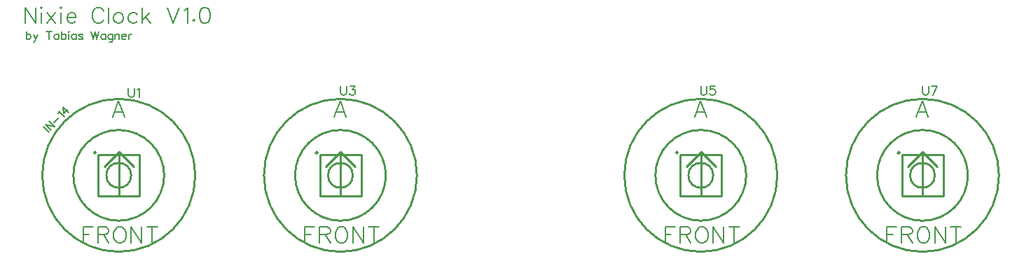
<source format=gto>
G04 Layer: TopSilkscreenLayer*
G04 EasyEDA v6.5.9, 2022-07-24 14:24:57*
G04 f987cc21297445cdbeb1743f52e6d1e3,55142d4dae0f4ab4aabfa0547b1eedf3,10*
G04 Gerber Generator version 0.2*
G04 Scale: 100 percent, Rotated: No, Reflected: No *
G04 Dimensions in millimeters *
G04 leading zeros omitted , absolute positions ,4 integer and 5 decimal *
%FSLAX45Y45*%
%MOMM*%

%ADD10C,0.2032*%
%ADD11C,0.1524*%
%ADD12C,0.2540*%

%LPD*%
D10*
X957397Y-2760797D02*
G01*
X1024928Y-2828328D01*
X978590Y-2739603D02*
G01*
X1046121Y-2807134D01*
X978590Y-2739603D02*
G01*
X1091201Y-2762054D01*
X1023670Y-2694523D02*
G01*
X1091201Y-2762054D01*
X1083299Y-2711764D02*
G01*
X1141133Y-2653931D01*
X1136642Y-2607055D02*
G01*
X1139875Y-2597355D01*
X1139875Y-2578318D01*
X1207406Y-2645849D01*
X1193398Y-2524795D02*
G01*
X1206149Y-2601846D01*
X1254285Y-2553710D01*
X1193398Y-2524795D02*
G01*
X1260929Y-2592326D01*
X749300Y-1613662D02*
G01*
X749300Y-1709165D01*
X749300Y-1659128D02*
G01*
X758444Y-1649984D01*
X767587Y-1645412D01*
X781050Y-1645412D01*
X790194Y-1649984D01*
X799337Y-1659128D01*
X803910Y-1672589D01*
X803910Y-1681734D01*
X799337Y-1695450D01*
X790194Y-1704594D01*
X781050Y-1709165D01*
X767587Y-1709165D01*
X758444Y-1704594D01*
X749300Y-1695450D01*
X838454Y-1645412D02*
G01*
X865631Y-1709165D01*
X892810Y-1645412D02*
G01*
X865631Y-1709165D01*
X856487Y-1727200D01*
X847597Y-1736344D01*
X838454Y-1740915D01*
X833881Y-1740915D01*
X1024636Y-1613662D02*
G01*
X1024636Y-1709165D01*
X992886Y-1613662D02*
G01*
X1056639Y-1613662D01*
X1109218Y-1645412D02*
G01*
X1100328Y-1649984D01*
X1091184Y-1659128D01*
X1086612Y-1672589D01*
X1086612Y-1681734D01*
X1091184Y-1695450D01*
X1100328Y-1704594D01*
X1109218Y-1709165D01*
X1122934Y-1709165D01*
X1132078Y-1704594D01*
X1141221Y-1695450D01*
X1145539Y-1681734D01*
X1145539Y-1672589D01*
X1141221Y-1659128D01*
X1132078Y-1649984D01*
X1122934Y-1645412D01*
X1109218Y-1645412D01*
X1175765Y-1613662D02*
G01*
X1175765Y-1709165D01*
X1175765Y-1659128D02*
G01*
X1184655Y-1649984D01*
X1193800Y-1645412D01*
X1207515Y-1645412D01*
X1216660Y-1649984D01*
X1225550Y-1659128D01*
X1230121Y-1672589D01*
X1230121Y-1681734D01*
X1225550Y-1695450D01*
X1216660Y-1704594D01*
X1207515Y-1709165D01*
X1193800Y-1709165D01*
X1184655Y-1704594D01*
X1175765Y-1695450D01*
X1260094Y-1613662D02*
G01*
X1264665Y-1618234D01*
X1269237Y-1613662D01*
X1264665Y-1609089D01*
X1260094Y-1613662D01*
X1264665Y-1645412D02*
G01*
X1264665Y-1709165D01*
X1353820Y-1645412D02*
G01*
X1353820Y-1709165D01*
X1353820Y-1659128D02*
G01*
X1344676Y-1649984D01*
X1335786Y-1645412D01*
X1322070Y-1645412D01*
X1312926Y-1649984D01*
X1303781Y-1659128D01*
X1299210Y-1672589D01*
X1299210Y-1681734D01*
X1303781Y-1695450D01*
X1312926Y-1704594D01*
X1322070Y-1709165D01*
X1335786Y-1709165D01*
X1344676Y-1704594D01*
X1353820Y-1695450D01*
X1433829Y-1659128D02*
G01*
X1429257Y-1649984D01*
X1415542Y-1645412D01*
X1402079Y-1645412D01*
X1388363Y-1649984D01*
X1383792Y-1659128D01*
X1388363Y-1668018D01*
X1397507Y-1672589D01*
X1420113Y-1677162D01*
X1429257Y-1681734D01*
X1433829Y-1690878D01*
X1433829Y-1695450D01*
X1429257Y-1704594D01*
X1415542Y-1709165D01*
X1402079Y-1709165D01*
X1388363Y-1704594D01*
X1383792Y-1695450D01*
X1533905Y-1613662D02*
G01*
X1556512Y-1709165D01*
X1579371Y-1613662D02*
G01*
X1556512Y-1709165D01*
X1579371Y-1613662D02*
G01*
X1601978Y-1709165D01*
X1624837Y-1613662D02*
G01*
X1601978Y-1709165D01*
X1709420Y-1645412D02*
G01*
X1709420Y-1709165D01*
X1709420Y-1659128D02*
G01*
X1700276Y-1649984D01*
X1691131Y-1645412D01*
X1677415Y-1645412D01*
X1668271Y-1649984D01*
X1659381Y-1659128D01*
X1654810Y-1672589D01*
X1654810Y-1681734D01*
X1659381Y-1695450D01*
X1668271Y-1704594D01*
X1677415Y-1709165D01*
X1691131Y-1709165D01*
X1700276Y-1704594D01*
X1709420Y-1695450D01*
X1793747Y-1645412D02*
G01*
X1793747Y-1718055D01*
X1789176Y-1731771D01*
X1784857Y-1736344D01*
X1775713Y-1740915D01*
X1761997Y-1740915D01*
X1752854Y-1736344D01*
X1793747Y-1659128D02*
G01*
X1784857Y-1649984D01*
X1775713Y-1645412D01*
X1761997Y-1645412D01*
X1752854Y-1649984D01*
X1743963Y-1659128D01*
X1739392Y-1672589D01*
X1739392Y-1681734D01*
X1743963Y-1695450D01*
X1752854Y-1704594D01*
X1761997Y-1709165D01*
X1775713Y-1709165D01*
X1784857Y-1704594D01*
X1793747Y-1695450D01*
X1823720Y-1645412D02*
G01*
X1823720Y-1709165D01*
X1823720Y-1663700D02*
G01*
X1837436Y-1649984D01*
X1846579Y-1645412D01*
X1860295Y-1645412D01*
X1869186Y-1649984D01*
X1873757Y-1663700D01*
X1873757Y-1709165D01*
X1903729Y-1672589D02*
G01*
X1958340Y-1672589D01*
X1958340Y-1663700D01*
X1953768Y-1654555D01*
X1949195Y-1649984D01*
X1940306Y-1645412D01*
X1926589Y-1645412D01*
X1917445Y-1649984D01*
X1908302Y-1659128D01*
X1903729Y-1672589D01*
X1903729Y-1681734D01*
X1908302Y-1695450D01*
X1917445Y-1704594D01*
X1926589Y-1709165D01*
X1940306Y-1709165D01*
X1949195Y-1704594D01*
X1958340Y-1695450D01*
X1988311Y-1645412D02*
G01*
X1988311Y-1709165D01*
X1988311Y-1672589D02*
G01*
X1992884Y-1659128D01*
X2002027Y-1649984D01*
X2011172Y-1645412D01*
X2024634Y-1645412D01*
X736600Y-1322070D02*
G01*
X736600Y-1513078D01*
X736600Y-1322070D02*
G01*
X863854Y-1513078D01*
X863854Y-1322070D02*
G01*
X863854Y-1513078D01*
X923797Y-1322070D02*
G01*
X932942Y-1331213D01*
X942086Y-1322070D01*
X932942Y-1313179D01*
X923797Y-1322070D01*
X932942Y-1385823D02*
G01*
X932942Y-1513078D01*
X1002029Y-1385823D02*
G01*
X1102105Y-1513078D01*
X1102105Y-1385823D02*
G01*
X1002029Y-1513078D01*
X1162050Y-1322070D02*
G01*
X1171194Y-1331213D01*
X1180337Y-1322070D01*
X1171194Y-1313179D01*
X1162050Y-1322070D01*
X1171194Y-1385823D02*
G01*
X1171194Y-1513078D01*
X1240281Y-1440434D02*
G01*
X1349247Y-1440434D01*
X1349247Y-1422145D01*
X1340357Y-1404112D01*
X1331213Y-1394968D01*
X1312926Y-1385823D01*
X1285747Y-1385823D01*
X1267460Y-1394968D01*
X1249426Y-1413002D01*
X1240281Y-1440434D01*
X1240281Y-1458468D01*
X1249426Y-1485900D01*
X1267460Y-1503934D01*
X1285747Y-1513078D01*
X1312926Y-1513078D01*
X1331213Y-1503934D01*
X1349247Y-1485900D01*
X1685797Y-1367536D02*
G01*
X1676654Y-1349502D01*
X1658365Y-1331213D01*
X1640331Y-1322070D01*
X1603755Y-1322070D01*
X1585721Y-1331213D01*
X1567434Y-1349502D01*
X1558544Y-1367536D01*
X1549400Y-1394968D01*
X1549400Y-1440434D01*
X1558544Y-1467612D01*
X1567434Y-1485900D01*
X1585721Y-1503934D01*
X1603755Y-1513078D01*
X1640331Y-1513078D01*
X1658365Y-1503934D01*
X1676654Y-1485900D01*
X1685797Y-1467612D01*
X1745742Y-1322070D02*
G01*
X1745742Y-1513078D01*
X1851152Y-1385823D02*
G01*
X1832863Y-1394968D01*
X1814829Y-1413002D01*
X1805686Y-1440434D01*
X1805686Y-1458468D01*
X1814829Y-1485900D01*
X1832863Y-1503934D01*
X1851152Y-1513078D01*
X1878329Y-1513078D01*
X1896618Y-1503934D01*
X1914905Y-1485900D01*
X1923795Y-1458468D01*
X1923795Y-1440434D01*
X1914905Y-1413002D01*
X1896618Y-1394968D01*
X1878329Y-1385823D01*
X1851152Y-1385823D01*
X2092959Y-1413002D02*
G01*
X2074672Y-1394968D01*
X2056638Y-1385823D01*
X2029206Y-1385823D01*
X2011172Y-1394968D01*
X1992884Y-1413002D01*
X1983993Y-1440434D01*
X1983993Y-1458468D01*
X1992884Y-1485900D01*
X2011172Y-1503934D01*
X2029206Y-1513078D01*
X2056638Y-1513078D01*
X2074672Y-1503934D01*
X2092959Y-1485900D01*
X2152904Y-1322070D02*
G01*
X2152904Y-1513078D01*
X2243836Y-1385823D02*
G01*
X2152904Y-1476755D01*
X2189225Y-1440434D02*
G01*
X2252979Y-1513078D01*
X2452877Y-1322070D02*
G01*
X2525775Y-1513078D01*
X2598420Y-1322070D02*
G01*
X2525775Y-1513078D01*
X2658363Y-1358645D02*
G01*
X2676652Y-1349502D01*
X2703829Y-1322070D01*
X2703829Y-1513078D01*
X2772918Y-1467612D02*
G01*
X2763774Y-1476755D01*
X2772918Y-1485900D01*
X2782061Y-1476755D01*
X2772918Y-1467612D01*
X2896615Y-1322070D02*
G01*
X2869438Y-1331213D01*
X2851150Y-1358645D01*
X2842006Y-1404112D01*
X2842006Y-1431289D01*
X2851150Y-1476755D01*
X2869438Y-1503934D01*
X2896615Y-1513078D01*
X2914904Y-1513078D01*
X2942081Y-1503934D01*
X2960115Y-1476755D01*
X2969259Y-1431289D01*
X2969259Y-1404112D01*
X2960115Y-1358645D01*
X2942081Y-1331213D01*
X2914904Y-1322070D01*
X2896615Y-1322070D01*
D11*
X1981200Y-2297684D02*
G01*
X1981200Y-2375662D01*
X1986279Y-2391155D01*
X1996693Y-2401570D01*
X2012441Y-2406650D01*
X2022856Y-2406650D01*
X2038350Y-2401570D01*
X2048763Y-2391155D01*
X2053843Y-2375662D01*
X2053843Y-2297684D01*
X2088134Y-2318512D02*
G01*
X2098547Y-2313178D01*
X2114295Y-2297684D01*
X2114295Y-2406650D01*
D10*
X1435100Y-3978655D02*
G01*
X1435100Y-4172457D01*
X1435100Y-3978655D02*
G01*
X1555242Y-3978655D01*
X1435100Y-4070857D02*
G01*
X1509013Y-4070857D01*
X1616202Y-3978655D02*
G01*
X1616202Y-4172457D01*
X1616202Y-3978655D02*
G01*
X1699260Y-3978655D01*
X1726945Y-3987800D01*
X1736089Y-3996944D01*
X1745487Y-4015486D01*
X1745487Y-4034028D01*
X1736089Y-4052570D01*
X1726945Y-4061713D01*
X1699260Y-4070857D01*
X1616202Y-4070857D01*
X1680718Y-4070857D02*
G01*
X1745487Y-4172457D01*
X1861820Y-3978655D02*
G01*
X1843278Y-3987800D01*
X1824989Y-4006342D01*
X1815592Y-4024629D01*
X1806447Y-4052570D01*
X1806447Y-4098544D01*
X1815592Y-4126229D01*
X1824989Y-4144771D01*
X1843278Y-4163313D01*
X1861820Y-4172457D01*
X1898650Y-4172457D01*
X1917192Y-4163313D01*
X1935734Y-4144771D01*
X1944877Y-4126229D01*
X1954275Y-4098544D01*
X1954275Y-4052570D01*
X1944877Y-4024629D01*
X1935734Y-4006342D01*
X1917192Y-3987800D01*
X1898650Y-3978655D01*
X1861820Y-3978655D01*
X2015236Y-3978655D02*
G01*
X2015236Y-4172457D01*
X2015236Y-3978655D02*
G01*
X2144522Y-4172457D01*
X2144522Y-3978655D02*
G01*
X2144522Y-4172457D01*
X2269997Y-3978655D02*
G01*
X2269997Y-4172457D01*
X2205481Y-3978655D02*
G01*
X2334768Y-3978655D01*
X1864613Y-2454655D02*
G01*
X1790700Y-2648457D01*
X1864613Y-2454655D02*
G01*
X1938527Y-2648457D01*
X1818386Y-2583942D02*
G01*
X1910842Y-2583942D01*
D11*
X4546600Y-2272284D02*
G01*
X4546600Y-2350262D01*
X4551679Y-2365755D01*
X4562093Y-2376170D01*
X4577841Y-2381250D01*
X4588256Y-2381250D01*
X4603750Y-2376170D01*
X4614163Y-2365755D01*
X4619243Y-2350262D01*
X4619243Y-2272284D01*
X4663947Y-2272284D02*
G01*
X4721097Y-2272284D01*
X4690109Y-2313939D01*
X4705604Y-2313939D01*
X4716018Y-2319020D01*
X4721097Y-2324100D01*
X4726431Y-2339847D01*
X4726431Y-2350262D01*
X4721097Y-2365755D01*
X4710684Y-2376170D01*
X4695190Y-2381250D01*
X4679695Y-2381250D01*
X4663947Y-2376170D01*
X4658868Y-2371089D01*
X4653534Y-2360676D01*
D10*
X4114800Y-3978655D02*
G01*
X4114800Y-4172457D01*
X4114800Y-3978655D02*
G01*
X4234941Y-3978655D01*
X4114800Y-4070857D02*
G01*
X4188713Y-4070857D01*
X4295902Y-3978655D02*
G01*
X4295902Y-4172457D01*
X4295902Y-3978655D02*
G01*
X4378959Y-3978655D01*
X4406645Y-3987800D01*
X4415790Y-3996944D01*
X4425188Y-4015486D01*
X4425188Y-4034028D01*
X4415790Y-4052570D01*
X4406645Y-4061713D01*
X4378959Y-4070857D01*
X4295902Y-4070857D01*
X4360418Y-4070857D02*
G01*
X4425188Y-4172457D01*
X4541520Y-3978655D02*
G01*
X4522977Y-3987800D01*
X4504690Y-4006342D01*
X4495291Y-4024629D01*
X4486147Y-4052570D01*
X4486147Y-4098544D01*
X4495291Y-4126229D01*
X4504690Y-4144771D01*
X4522977Y-4163313D01*
X4541520Y-4172457D01*
X4578350Y-4172457D01*
X4596891Y-4163313D01*
X4615434Y-4144771D01*
X4624577Y-4126229D01*
X4633975Y-4098544D01*
X4633975Y-4052570D01*
X4624577Y-4024629D01*
X4615434Y-4006342D01*
X4596891Y-3987800D01*
X4578350Y-3978655D01*
X4541520Y-3978655D01*
X4694936Y-3978655D02*
G01*
X4694936Y-4172457D01*
X4694936Y-3978655D02*
G01*
X4824222Y-4172457D01*
X4824222Y-3978655D02*
G01*
X4824222Y-4172457D01*
X4949697Y-3978655D02*
G01*
X4949697Y-4172457D01*
X4885181Y-3978655D02*
G01*
X5014468Y-3978655D01*
X4544313Y-2454655D02*
G01*
X4470400Y-2648457D01*
X4544313Y-2454655D02*
G01*
X4618227Y-2648457D01*
X4498086Y-2583942D02*
G01*
X4590541Y-2583942D01*
D11*
X8902700Y-2272284D02*
G01*
X8902700Y-2350262D01*
X8907779Y-2365755D01*
X8918193Y-2376170D01*
X8933941Y-2381250D01*
X8944356Y-2381250D01*
X8959850Y-2376170D01*
X8970263Y-2365755D01*
X8975343Y-2350262D01*
X8975343Y-2272284D01*
X9072118Y-2272284D02*
G01*
X9020047Y-2272284D01*
X9014968Y-2319020D01*
X9020047Y-2313939D01*
X9035795Y-2308605D01*
X9051290Y-2308605D01*
X9066784Y-2313939D01*
X9077197Y-2324100D01*
X9082531Y-2339847D01*
X9082531Y-2350262D01*
X9077197Y-2365755D01*
X9066784Y-2376170D01*
X9051290Y-2381250D01*
X9035795Y-2381250D01*
X9020047Y-2376170D01*
X9014968Y-2371089D01*
X9009634Y-2360676D01*
D10*
X8470900Y-3978655D02*
G01*
X8470900Y-4172457D01*
X8470900Y-3978655D02*
G01*
X8591041Y-3978655D01*
X8470900Y-4070857D02*
G01*
X8544813Y-4070857D01*
X8652002Y-3978655D02*
G01*
X8652002Y-4172457D01*
X8652002Y-3978655D02*
G01*
X8735059Y-3978655D01*
X8762745Y-3987800D01*
X8771890Y-3996944D01*
X8781288Y-4015486D01*
X8781288Y-4034028D01*
X8771890Y-4052570D01*
X8762745Y-4061713D01*
X8735059Y-4070857D01*
X8652002Y-4070857D01*
X8716518Y-4070857D02*
G01*
X8781288Y-4172457D01*
X8897620Y-3978655D02*
G01*
X8879077Y-3987800D01*
X8860790Y-4006342D01*
X8851391Y-4024629D01*
X8842247Y-4052570D01*
X8842247Y-4098544D01*
X8851391Y-4126229D01*
X8860790Y-4144771D01*
X8879077Y-4163313D01*
X8897620Y-4172457D01*
X8934450Y-4172457D01*
X8952991Y-4163313D01*
X8971534Y-4144771D01*
X8980677Y-4126229D01*
X8990075Y-4098544D01*
X8990075Y-4052570D01*
X8980677Y-4024629D01*
X8971534Y-4006342D01*
X8952991Y-3987800D01*
X8934450Y-3978655D01*
X8897620Y-3978655D01*
X9051036Y-3978655D02*
G01*
X9051036Y-4172457D01*
X9051036Y-3978655D02*
G01*
X9180322Y-4172457D01*
X9180322Y-3978655D02*
G01*
X9180322Y-4172457D01*
X9305797Y-3978655D02*
G01*
X9305797Y-4172457D01*
X9241281Y-3978655D02*
G01*
X9370568Y-3978655D01*
X8900413Y-2454655D02*
G01*
X8826500Y-2648457D01*
X8900413Y-2454655D02*
G01*
X8974327Y-2648457D01*
X8854186Y-2583942D02*
G01*
X8946641Y-2583942D01*
D11*
X11582400Y-2272284D02*
G01*
X11582400Y-2350262D01*
X11587479Y-2365755D01*
X11597893Y-2376170D01*
X11613641Y-2381250D01*
X11624056Y-2381250D01*
X11639550Y-2376170D01*
X11649963Y-2365755D01*
X11655043Y-2350262D01*
X11655043Y-2272284D01*
X11762231Y-2272284D02*
G01*
X11710161Y-2381250D01*
X11689334Y-2272284D02*
G01*
X11762231Y-2272284D01*
D10*
X11150600Y-3978655D02*
G01*
X11150600Y-4172457D01*
X11150600Y-3978655D02*
G01*
X11270741Y-3978655D01*
X11150600Y-4070857D02*
G01*
X11224513Y-4070857D01*
X11331702Y-3978655D02*
G01*
X11331702Y-4172457D01*
X11331702Y-3978655D02*
G01*
X11414759Y-3978655D01*
X11442445Y-3987800D01*
X11451590Y-3996944D01*
X11460988Y-4015486D01*
X11460988Y-4034028D01*
X11451590Y-4052570D01*
X11442445Y-4061713D01*
X11414759Y-4070857D01*
X11331702Y-4070857D01*
X11396218Y-4070857D02*
G01*
X11460988Y-4172457D01*
X11577320Y-3978655D02*
G01*
X11558777Y-3987800D01*
X11540490Y-4006342D01*
X11531091Y-4024629D01*
X11521947Y-4052570D01*
X11521947Y-4098544D01*
X11531091Y-4126229D01*
X11540490Y-4144771D01*
X11558777Y-4163313D01*
X11577320Y-4172457D01*
X11614150Y-4172457D01*
X11632691Y-4163313D01*
X11651234Y-4144771D01*
X11660377Y-4126229D01*
X11669775Y-4098544D01*
X11669775Y-4052570D01*
X11660377Y-4024629D01*
X11651234Y-4006342D01*
X11632691Y-3987800D01*
X11614150Y-3978655D01*
X11577320Y-3978655D01*
X11730736Y-3978655D02*
G01*
X11730736Y-4172457D01*
X11730736Y-3978655D02*
G01*
X11860022Y-4172457D01*
X11860022Y-3978655D02*
G01*
X11860022Y-4172457D01*
X11985497Y-3978655D02*
G01*
X11985497Y-4172457D01*
X11920981Y-3978655D02*
G01*
X12050268Y-3978655D01*
X11580113Y-2454655D02*
G01*
X11506200Y-2648457D01*
X11580113Y-2454655D02*
G01*
X11654027Y-2648457D01*
X11533886Y-2583942D02*
G01*
X11626341Y-2583942D01*
D12*
X1616913Y-3102813D02*
G01*
X2116912Y-3102813D01*
X2116912Y-3602812D01*
X1616913Y-3602812D01*
X1616913Y-3102813D01*
X4296613Y-3102813D02*
G01*
X4796612Y-3102813D01*
X4796612Y-3602812D01*
X4296613Y-3602812D01*
X4296613Y-3102813D01*
X8652713Y-3102813D02*
G01*
X9152712Y-3102813D01*
X9152712Y-3602812D01*
X8652713Y-3602812D01*
X8652713Y-3102813D01*
X11332413Y-3102813D02*
G01*
X11832412Y-3102813D01*
X11832412Y-3602812D01*
X11332413Y-3602812D01*
X11332413Y-3102813D01*
X1866900Y-3606800D02*
G01*
X1866900Y-3098800D01*
X1841500Y-3098800D01*
X1689100Y-3251200D01*
X1866900Y-3073400D01*
X2044700Y-3251200D01*
X4546600Y-3606800D02*
G01*
X4546600Y-3098800D01*
X4521200Y-3098800D01*
X4368800Y-3251200D01*
X4546600Y-3073400D01*
X4724400Y-3251200D01*
X8902700Y-3606800D02*
G01*
X8902700Y-3098800D01*
X8877300Y-3098800D01*
X8724900Y-3251200D01*
X8902700Y-3073400D01*
X9080500Y-3251200D01*
X11582400Y-3606800D02*
G01*
X11582400Y-3098800D01*
X11557000Y-3098800D01*
X11404600Y-3251200D01*
X11582400Y-3073400D01*
X11760200Y-3251200D01*
G75*
G01
X2016912Y-3352800D02*
G03X2016912Y-3352800I-150012J0D01*
G75*
G01
X1591894Y-3077794D02*
G03X1591894Y-3077794I-12497J0D01*
G75*
G01
X4696612Y-3352800D02*
G03X4696612Y-3352800I-150012J0D01*
G75*
G01
X4271594Y-3077794D02*
G03X4271594Y-3077794I-12497J0D01*
G75*
G01
X9052712Y-3352800D02*
G03X9052712Y-3352800I-150012J0D01*
G75*
G01
X8627694Y-3077794D02*
G03X8627694Y-3077794I-12497J0D01*
G75*
G01
X11732412Y-3352800D02*
G03X11732412Y-3352800I-150012J0D01*
G75*
G01
X11307394Y-3077794D02*
G03X11307394Y-3077794I-12497J0D01*
G75*
G01
X2791460Y-3352800D02*
G03X2791460Y-3352800I-924560J0D01*
G75*
G01
X2415540Y-3352800D02*
G03X2415540Y-3352800I-548640J0D01*
G75*
G01
X5471160Y-3352800D02*
G03X5471160Y-3352800I-924560J0D01*
G75*
G01
X5095240Y-3352800D02*
G03X5095240Y-3352800I-548640J0D01*
G75*
G01
X9827260Y-3352800D02*
G03X9827260Y-3352800I-924560J0D01*
G75*
G01
X9451340Y-3352800D02*
G03X9451340Y-3352800I-548640J0D01*
G75*
G01
X12506960Y-3352800D02*
G03X12506960Y-3352800I-924560J0D01*
G75*
G01
X12131040Y-3352800D02*
G03X12131040Y-3352800I-548640J0D01*
M02*

</source>
